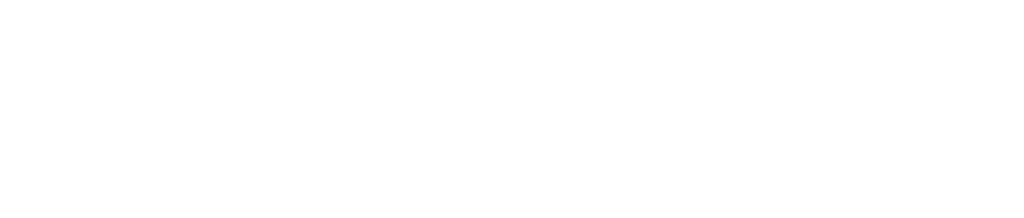
<source format=kicad_pcb>
(kicad_pcb (version 4) (host pcbnew 4.0.6)

  (general
    (links 0)
    (no_connects 0)
    (area 0 0 0 0)
    (thickness 1.6)
    (drawings 164)
    (tracks 0)
    (zones 0)
    (modules 0)
    (nets 1)
  )

  (page A4)
  (layers
    (0 F.Cu signal)
    (31 B.Cu signal)
    (32 B.Adhes user)
    (33 F.Adhes user)
    (34 B.Paste user)
    (35 F.Paste user)
    (36 B.SilkS user)
    (37 F.SilkS user)
    (38 B.Mask user)
    (39 F.Mask user)
    (40 Dwgs.User user)
    (41 Cmts.User user)
    (42 Eco1.User user)
    (43 Eco2.User user)
    (44 Edge.Cuts user)
    (45 Margin user)
    (46 B.CrtYd user)
    (47 F.CrtYd user)
    (48 B.Fab user)
    (49 F.Fab user)
  )

  (setup
    (last_trace_width 0.25)
    (trace_clearance 0.2)
    (zone_clearance 0.508)
    (zone_45_only no)
    (trace_min 0.2)
    (segment_width 0.2)
    (edge_width 0.15)
    (via_size 0.6)
    (via_drill 0.4)
    (via_min_size 0.4)
    (via_min_drill 0.3)
    (uvia_size 0.3)
    (uvia_drill 0.1)
    (uvias_allowed no)
    (uvia_min_size 0.2)
    (uvia_min_drill 0.1)
    (pcb_text_width 0.3)
    (pcb_text_size 1.5 1.5)
    (mod_edge_width 0.15)
    (mod_text_size 1 1)
    (mod_text_width 0.15)
    (pad_size 1.524 1.524)
    (pad_drill 0.762)
    (pad_to_mask_clearance 0.2)
    (aux_axis_origin 0 0)
    (visible_elements FFFFFF7F)
    (pcbplotparams
      (layerselection 0x00030_80000001)
      (usegerberextensions false)
      (excludeedgelayer true)
      (linewidth 0.150000)
      (plotframeref false)
      (viasonmask false)
      (mode 1)
      (useauxorigin false)
      (hpglpennumber 1)
      (hpglpenspeed 20)
      (hpglpendiameter 15)
      (hpglpenoverlay 2)
      (psnegative false)
      (psa4output false)
      (plotreference true)
      (plotvalue true)
      (plotinvisibletext false)
      (padsonsilk false)
      (subtractmaskfromsilk false)
      (outputformat 1)
      (mirror false)
      (drillshape 1)
      (scaleselection 1)
      (outputdirectory ""))
  )

  (net 0 "")

  (net_class Default "This is the default net class."
    (clearance 0.2)
    (trace_width 0.25)
    (via_dia 0.6)
    (via_drill 0.4)
    (uvia_dia 0.3)
    (uvia_drill 0.1)
  )

  (gr_line (start 192.86 124.458) (end 176.86 124.458) (layer Dwgs.User) (width 0.1))
  (gr_line (start 192.86 108.458) (end 192.86 124.458) (layer Dwgs.User) (width 0.1))
  (gr_line (start 149.86 108.458) (end 165.86 108.458) (layer Dwgs.User) (width 0.1))
  (gr_line (start 149.86 124.458) (end 149.86 108.458) (layer Dwgs.User) (width 0.1))
  (gr_line (start 165.86 124.458) (end 149.86 124.458) (layer Dwgs.User) (width 0.1))
  (gr_line (start 165.86 108.458) (end 165.86 124.458) (layer Dwgs.User) (width 0.1))
  (gr_circle (center 157.86 85.04134) (end 160.36 85.04134) (layer Dwgs.User) (width 0.1))
  (gr_line (start 176.86 108.458) (end 176.86 124.458) (layer Dwgs.User) (width 0.1))
  (gr_line (start 192.86 108.458) (end 176.86 108.458) (layer Dwgs.User) (width 0.1))
  (gr_line (start 35.969402 108.458) (end 35.969402 124.458) (layer Dwgs.User) (width 0.1))
  (gr_line (start 51.969402 108.458) (end 35.969402 108.458) (layer Dwgs.User) (width 0.1))
  (gr_line (start 51.969402 124.458) (end 51.969402 108.458) (layer Dwgs.User) (width 0.1))
  (gr_circle (center 43.969402 85.04134) (end 46.469402 85.04134) (layer Dwgs.User) (width 0.1))
  (gr_line (start 15.969402 124.458) (end 31.969402 124.458) (layer Dwgs.User) (width 0.1))
  (gr_line (start 15.969402 108.458) (end 15.969402 124.458) (layer Dwgs.User) (width 0.1))
  (gr_line (start 192.86 124.458) (end 192.86 108.458) (layer Dwgs.User) (width 0.1))
  (gr_circle (center 344.76 107.558) (end 350.76 107.558) (layer Dwgs.User) (width 0.1))
  (gr_circle (center 319.86 85.04134) (end 322.36 85.04134) (layer Dwgs.User) (width 0.1))
  (gr_circle (center 265.86 85.04134) (end 268.36 85.04134) (layer Dwgs.User) (width 0.1))
  (gr_circle (center 211.86 85.04134) (end 214.36 85.04134) (layer Dwgs.User) (width 0.1))
  (gr_circle (center 157.86 85.04134) (end 160.36 85.04134) (layer Dwgs.User) (width 0.1))
  (gr_line (start 364.76 107.558) (end 338.76 62.524679) (layer Dwgs.User) (width 0.1))
  (gr_line (start 203.86 108.458) (end 219.86 108.458) (layer Dwgs.User) (width 0.1))
  (gr_line (start 203.86 124.458) (end 203.86 108.458) (layer Dwgs.User) (width 0.1))
  (gr_line (start 219.86 124.458) (end 203.86 124.458) (layer Dwgs.User) (width 0.1))
  (gr_line (start 219.86 108.458) (end 219.86 124.458) (layer Dwgs.User) (width 0.1))
  (gr_line (start 176.86 108.458) (end 192.86 108.458) (layer Dwgs.User) (width 0.1))
  (gr_line (start 176.86 124.458) (end 176.86 108.458) (layer Dwgs.User) (width 0.1))
  (gr_line (start 55.969402 108.458) (end 55.969402 124.458) (layer Dwgs.User) (width 0.1))
  (gr_line (start 71.969402 108.458) (end 55.969402 108.458) (layer Dwgs.User) (width 0.1))
  (gr_line (start 71.969402 124.458) (end 71.969402 108.458) (layer Dwgs.User) (width 0.1))
  (gr_line (start 122.969402 124.458) (end 138.969402 124.458) (layer Dwgs.User) (width 0.1))
  (gr_line (start 122.969402 108.458) (end 122.969402 124.458) (layer Dwgs.User) (width 0.1))
  (gr_line (start 138.969402 108.458) (end 122.969402 108.458) (layer Dwgs.User) (width 0.1))
  (gr_line (start -57.930598 107.558) (end -31.930598 62.524679) (layer Dwgs.User) (width 0.1))
  (gr_line (start -31.930598 152.591321) (end -57.930598 107.558) (layer Dwgs.User) (width 0.1))
  (gr_line (start 338.76 152.591321) (end -31.930598 152.591321) (layer Dwgs.User) (width 0.1))
  (gr_line (start 364.76 107.558) (end 338.76 152.591321) (layer Dwgs.User) (width 0.1))
  (gr_circle (center -3.030598 85.04134) (end -0.530598 85.04134) (layer Dwgs.User) (width 0.1))
  (gr_line (start -11.030598 124.458) (end 4.969402 124.458) (layer Dwgs.User) (width 0.1))
  (gr_line (start 165.86 108.458) (end 149.86 108.458) (layer Dwgs.User) (width 0.1))
  (gr_circle (center 319.86 85.04134) (end 322.36 85.04134) (layer Dwgs.User) (width 0.1))
  (gr_line (start 165.86 124.458) (end 165.86 108.458) (layer Dwgs.User) (width 0.1))
  (gr_line (start 246.86 124.458) (end 246.86 108.458) (layer Dwgs.User) (width 0.1))
  (gr_line (start 203.86 124.458) (end 219.86 124.458) (layer Dwgs.User) (width 0.1))
  (gr_line (start 203.86 108.458) (end 203.86 124.458) (layer Dwgs.User) (width 0.1))
  (gr_line (start -11.030598 108.458) (end -11.030598 124.458) (layer Dwgs.User) (width 0.1))
  (gr_line (start 4.969402 108.458) (end -11.030598 108.458) (layer Dwgs.User) (width 0.1))
  (gr_line (start 4.969402 124.458) (end 4.969402 108.458) (layer Dwgs.User) (width 0.1))
  (gr_circle (center 63.969402 85.04134) (end 66.469402 85.04134) (layer Dwgs.User) (width 0.1))
  (gr_circle (center 130.969402 85.04134) (end 133.469402 85.04134) (layer Dwgs.User) (width 0.1))
  (gr_line (start 55.969402 124.458) (end 71.969402 124.458) (layer Dwgs.User) (width 0.1))
  (gr_line (start 138.969402 124.458) (end 138.969402 108.458) (layer Dwgs.User) (width 0.1))
  (gr_circle (center -23.030598 85.04134) (end -20.530598 85.04134) (layer Dwgs.User) (width 0.1))
  (gr_line (start -31.030598 124.458) (end -15.030598 124.458) (layer Dwgs.User) (width 0.1))
  (gr_line (start -31.030598 108.458) (end -31.030598 124.458) (layer Dwgs.User) (width 0.1))
  (gr_line (start -15.030598 108.458) (end -31.030598 108.458) (layer Dwgs.User) (width 0.1))
  (gr_line (start -15.030598 124.458) (end -15.030598 108.458) (layer Dwgs.User) (width 0.1))
  (gr_line (start 149.86 124.458) (end 165.86 124.458) (layer Dwgs.User) (width 0.1))
  (gr_circle (center 23.969402 85.04134) (end 26.469402 85.04134) (layer Dwgs.User) (width 0.1))
  (gr_line (start 311.86 108.458) (end 327.86 108.458) (layer Dwgs.User) (width 0.1))
  (gr_line (start 311.86 124.458) (end 311.86 108.458) (layer Dwgs.User) (width 0.1))
  (gr_line (start 327.86 124.458) (end 311.86 124.458) (layer Dwgs.User) (width 0.1))
  (gr_line (start 327.86 108.458) (end 327.86 124.458) (layer Dwgs.User) (width 0.1))
  (gr_line (start 284.86 108.458) (end 300.86 108.458) (layer Dwgs.User) (width 0.1))
  (gr_line (start 284.86 124.458) (end 284.86 108.458) (layer Dwgs.User) (width 0.1))
  (gr_line (start 300.86 124.458) (end 284.86 124.458) (layer Dwgs.User) (width 0.1))
  (gr_line (start 300.86 108.458) (end 300.86 124.458) (layer Dwgs.User) (width 0.1))
  (gr_line (start 257.86 108.458) (end 273.86 108.458) (layer Dwgs.User) (width 0.1))
  (gr_circle (center 110.969402 85.04134) (end 113.469402 85.04134) (layer Dwgs.User) (width 0.1))
  (gr_line (start 102.969402 124.458) (end 118.969402 124.458) (layer Dwgs.User) (width 0.1))
  (gr_line (start 102.969402 108.458) (end 102.969402 124.458) (layer Dwgs.User) (width 0.1))
  (gr_line (start 118.969402 108.458) (end 102.969402 108.458) (layer Dwgs.User) (width 0.1))
  (gr_line (start 118.969402 124.458) (end 118.969402 108.458) (layer Dwgs.User) (width 0.1))
  (gr_line (start 35.969402 124.458) (end 51.969402 124.458) (layer Dwgs.User) (width 0.1))
  (gr_line (start 257.86 108.458) (end 257.86 124.458) (layer Dwgs.User) (width 0.1))
  (gr_line (start 273.86 108.458) (end 257.86 108.458) (layer Dwgs.User) (width 0.1))
  (gr_line (start 273.86 124.458) (end 273.86 108.458) (layer Dwgs.User) (width 0.1))
  (gr_line (start 230.86 124.458) (end 246.86 124.458) (layer Dwgs.User) (width 0.1))
  (gr_line (start 230.86 108.458) (end 230.86 124.458) (layer Dwgs.User) (width 0.1))
  (gr_line (start 246.86 108.458) (end 230.86 108.458) (layer Dwgs.User) (width 0.1))
  (gr_line (start 31.969402 108.458) (end 15.969402 108.458) (layer Dwgs.User) (width 0.1))
  (gr_line (start 31.969402 124.458) (end 31.969402 108.458) (layer Dwgs.User) (width 0.1))
  (gr_circle (center 90.969402 85.04134) (end 93.469402 85.04134) (layer Dwgs.User) (width 0.1))
  (gr_line (start 82.969402 124.458) (end 98.969402 124.458) (layer Dwgs.User) (width 0.1))
  (gr_line (start 82.969402 108.458) (end 82.969402 124.458) (layer Dwgs.User) (width 0.1))
  (gr_line (start 98.969402 108.458) (end 82.969402 108.458) (layer Dwgs.User) (width 0.1))
  (gr_line (start 364.76 107.558) (end 338.76 152.591321) (layer Dwgs.User) (width 0.1))
  (gr_line (start 338.76 152.591321) (end -31.930598 152.591321) (layer Dwgs.User) (width 0.1))
  (gr_line (start 338.76 62.524679) (end -31.930598 62.524679) (layer Dwgs.User) (width 0.1))
  (gr_line (start -57.930598 107.558) (end -31.930598 152.591321) (layer Dwgs.User) (width 0.1))
  (gr_line (start -57.930598 107.558) (end -31.930598 62.524679) (layer Dwgs.User) (width 0.1))
  (gr_line (start 338.76 62.524679) (end 364.76 107.558) (layer Dwgs.User) (width 0.1))
  (gr_line (start -31.930598 62.524679) (end 338.76 62.524679) (layer Dwgs.User) (width 0.1))
  (gr_line (start -15.030598 124.458) (end -31.030598 124.458) (layer Dwgs.User) (width 0.1))
  (gr_line (start -15.030598 108.458) (end -15.030598 124.458) (layer Dwgs.User) (width 0.1))
  (gr_circle (center 110.969402 85.04134) (end 113.469402 85.04134) (layer Dwgs.User) (width 0.1))
  (gr_line (start 102.969402 108.458) (end 118.969402 108.458) (layer Dwgs.User) (width 0.1))
  (gr_line (start 102.969402 124.458) (end 102.969402 108.458) (layer Dwgs.User) (width 0.1))
  (gr_line (start 118.969402 124.458) (end 102.969402 124.458) (layer Dwgs.User) (width 0.1))
  (gr_line (start 118.969402 108.458) (end 118.969402 124.458) (layer Dwgs.User) (width 0.1))
  (gr_line (start 35.969402 108.458) (end 51.969402 108.458) (layer Dwgs.User) (width 0.1))
  (gr_line (start 35.969402 124.458) (end 35.969402 108.458) (layer Dwgs.User) (width 0.1))
  (gr_line (start 51.969402 124.458) (end 35.969402 124.458) (layer Dwgs.User) (width 0.1))
  (gr_line (start 51.969402 108.458) (end 51.969402 124.458) (layer Dwgs.User) (width 0.1))
  (gr_circle (center 43.969402 85.04134) (end 46.469402 85.04134) (layer Dwgs.User) (width 0.1))
  (gr_line (start 15.969402 108.458) (end 31.969402 108.458) (layer Dwgs.User) (width 0.1))
  (gr_line (start 15.969402 124.458) (end 15.969402 108.458) (layer Dwgs.User) (width 0.1))
  (gr_line (start 31.969402 124.458) (end 15.969402 124.458) (layer Dwgs.User) (width 0.1))
  (gr_line (start 31.969402 108.458) (end 31.969402 124.458) (layer Dwgs.User) (width 0.1))
  (gr_circle (center 90.969402 85.04134) (end 93.469402 85.04134) (layer Dwgs.User) (width 0.1))
  (gr_line (start 82.969402 108.458) (end 98.969402 108.458) (layer Dwgs.User) (width 0.1))
  (gr_line (start 82.969402 124.458) (end 82.969402 108.458) (layer Dwgs.User) (width 0.1))
  (gr_line (start 98.969402 124.458) (end 82.969402 124.458) (layer Dwgs.User) (width 0.1))
  (gr_line (start 98.969402 108.458) (end 98.969402 124.458) (layer Dwgs.User) (width 0.1))
  (gr_circle (center 344.76 107.558) (end 350.76 107.558) (layer Dwgs.User) (width 0.1))
  (gr_circle (center 211.86 85.04134) (end 214.36 85.04134) (layer Dwgs.User) (width 0.1))
  (gr_line (start 338.76 62.524679) (end -31.930598 62.524679) (layer Dwgs.User) (width 0.1))
  (gr_line (start 364.76 107.558) (end 338.76 62.524679) (layer Dwgs.User) (width 0.1))
  (gr_line (start 338.76 152.591321) (end 364.76 107.558) (layer Dwgs.User) (width 0.1))
  (gr_circle (center -3.030598 85.04134) (end -0.530598 85.04134) (layer Dwgs.User) (width 0.1))
  (gr_line (start -11.030598 108.458) (end 4.969402 108.458) (layer Dwgs.User) (width 0.1))
  (gr_line (start -11.030598 124.458) (end -11.030598 108.458) (layer Dwgs.User) (width 0.1))
  (gr_line (start 4.969402 124.458) (end -11.030598 124.458) (layer Dwgs.User) (width 0.1))
  (gr_line (start 4.969402 108.458) (end 4.969402 124.458) (layer Dwgs.User) (width 0.1))
  (gr_circle (center 63.969402 85.04134) (end 66.469402 85.04134) (layer Dwgs.User) (width 0.1))
  (gr_circle (center 130.969402 85.04134) (end 133.469402 85.04134) (layer Dwgs.User) (width 0.1))
  (gr_line (start 55.969402 108.458) (end 71.969402 108.458) (layer Dwgs.User) (width 0.1))
  (gr_line (start 55.969402 124.458) (end 55.969402 108.458) (layer Dwgs.User) (width 0.1))
  (gr_line (start 71.969402 124.458) (end 55.969402 124.458) (layer Dwgs.User) (width 0.1))
  (gr_line (start 71.969402 108.458) (end 71.969402 124.458) (layer Dwgs.User) (width 0.1))
  (gr_line (start 122.969402 108.458) (end 138.969402 108.458) (layer Dwgs.User) (width 0.1))
  (gr_line (start 122.969402 124.458) (end 122.969402 108.458) (layer Dwgs.User) (width 0.1))
  (gr_line (start 138.969402 124.458) (end 122.969402 124.458) (layer Dwgs.User) (width 0.1))
  (gr_line (start 138.969402 108.458) (end 138.969402 124.458) (layer Dwgs.User) (width 0.1))
  (gr_circle (center -23.030598 85.04134) (end -20.530598 85.04134) (layer Dwgs.User) (width 0.1))
  (gr_line (start -31.030598 108.458) (end -15.030598 108.458) (layer Dwgs.User) (width 0.1))
  (gr_line (start -31.030598 124.458) (end -31.030598 108.458) (layer Dwgs.User) (width 0.1))
  (gr_line (start 257.86 124.458) (end 257.86 108.458) (layer Dwgs.User) (width 0.1))
  (gr_line (start 273.86 124.458) (end 257.86 124.458) (layer Dwgs.User) (width 0.1))
  (gr_line (start 273.86 108.458) (end 273.86 124.458) (layer Dwgs.User) (width 0.1))
  (gr_line (start 230.86 108.458) (end 246.86 108.458) (layer Dwgs.User) (width 0.1))
  (gr_line (start 230.86 124.458) (end 230.86 108.458) (layer Dwgs.User) (width 0.1))
  (gr_line (start 246.86 124.458) (end 230.86 124.458) (layer Dwgs.User) (width 0.1))
  (gr_line (start 246.86 108.458) (end 246.86 124.458) (layer Dwgs.User) (width 0.1))
  (gr_circle (center 265.86 85.04134) (end 268.36 85.04134) (layer Dwgs.User) (width 0.1))
  (gr_line (start -31.930598 152.591321) (end 338.76 152.591321) (layer Dwgs.User) (width 0.1))
  (gr_line (start -57.930598 107.558) (end -31.930598 152.591321) (layer Dwgs.User) (width 0.1))
  (gr_line (start -31.930598 62.524679) (end -57.930598 107.558) (layer Dwgs.User) (width 0.1))
  (gr_line (start 284.86 124.458) (end 300.86 124.458) (layer Dwgs.User) (width 0.1))
  (gr_line (start 284.86 108.458) (end 284.86 124.458) (layer Dwgs.User) (width 0.1))
  (gr_line (start 300.86 108.458) (end 284.86 108.458) (layer Dwgs.User) (width 0.1))
  (gr_line (start 300.86 124.458) (end 300.86 108.458) (layer Dwgs.User) (width 0.1))
  (gr_line (start 257.86 124.458) (end 273.86 124.458) (layer Dwgs.User) (width 0.1))
  (gr_line (start 219.86 108.458) (end 203.86 108.458) (layer Dwgs.User) (width 0.1))
  (gr_line (start 219.86 124.458) (end 219.86 108.458) (layer Dwgs.User) (width 0.1))
  (gr_line (start 176.86 124.458) (end 192.86 124.458) (layer Dwgs.User) (width 0.1))
  (gr_line (start 98.969402 124.458) (end 98.969402 108.458) (layer Dwgs.User) (width 0.1))
  (gr_circle (center 23.969402 85.04134) (end 26.469402 85.04134) (layer Dwgs.User) (width 0.1))
  (gr_line (start 311.86 124.458) (end 327.86 124.458) (layer Dwgs.User) (width 0.1))
  (gr_line (start 311.86 108.458) (end 311.86 124.458) (layer Dwgs.User) (width 0.1))
  (gr_line (start 327.86 108.458) (end 311.86 108.458) (layer Dwgs.User) (width 0.1))
  (gr_line (start 327.86 124.458) (end 327.86 108.458) (layer Dwgs.User) (width 0.1))
  (gr_line (start 149.86 108.458) (end 149.86 124.458) (layer Dwgs.User) (width 0.1))

)

</source>
